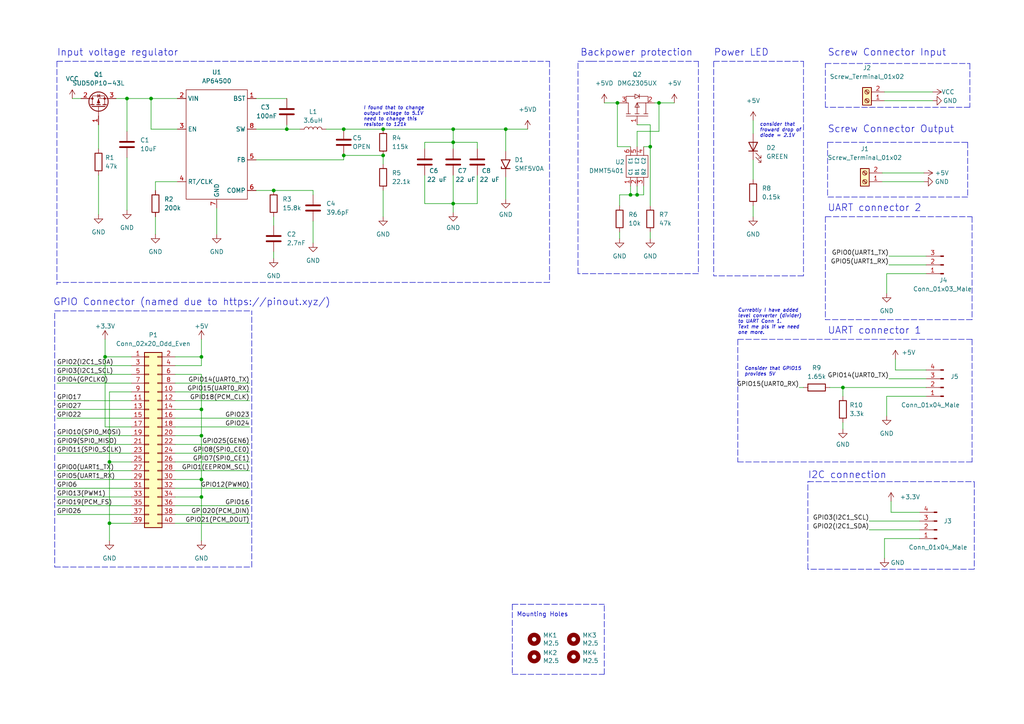
<source format=kicad_sch>
(kicad_sch (version 20211123) (generator eeschema)
  (paper "A4")
  (lib_symbols
    (symbol "Connector:Conn_01x03_Male" (pin_names (offset 1.016) hide)
      (property "Reference" "J" (at 0 5.08 0))
      (property "Value" "Conn_01x03_Male" (at 0 -5.08 0))
      (symbol "Conn_01x03_Male_1_1"
        (polyline (pts (xy 1.27 -2.54) (xy 0.8636 -2.54)) (stroke (width 0.1524)))
        (polyline (pts (xy 1.27 0) (xy 0.8636 0)) (stroke (width 0.1524)))
        (polyline (pts (xy 1.27 2.54) (xy 0.8636 2.54)) (stroke (width 0.1524)))
        (rectangle (start 0.8636 -2.413) (end 0 -2.667) (stroke (width 0.1524)) (fill (type outline)))
        (rectangle (start 0.8636 0.127) (end 0 -0.127) (stroke (width 0.1524)) (fill (type outline)))
        (rectangle (start 0.8636 2.667) (end 0 2.413) (stroke (width 0.1524)) (fill (type outline)))
        (pin passive line (at 5.08 2.54 180) (length 3.81) (name "Pin_1") (number "1"))
        (pin passive line (at 5.08 0 180) (length 3.81) (name "Pin_2") (number "2"))
        (pin passive line (at 5.08 -2.54 180) (length 3.81) (name "Pin_3") (number "3"))
      )
    )
    (symbol "Connector:Conn_01x04_Male" (pin_names (offset 1.016) hide)
      (property "Reference" "J" (at 0 5.08 0))
      (property "Value" "Conn_01x04_Male" (at 0 -7.62 0))
      (symbol "Conn_01x04_Male_1_1"
        (polyline (pts (xy 1.27 -5.08) (xy 0.8636 -5.08)) (stroke (width 0.1524)))
        (polyline (pts (xy 1.27 -2.54) (xy 0.8636 -2.54)) (stroke (width 0.1524)))
        (polyline (pts (xy 1.27 0) (xy 0.8636 0)) (stroke (width 0.1524)))
        (polyline (pts (xy 1.27 2.54) (xy 0.8636 2.54)) (stroke (width 0.1524)))
        (rectangle (start 0.8636 -4.953) (end 0 -5.207) (stroke (width 0.1524)) (fill (type outline)))
        (rectangle (start 0.8636 -2.413) (end 0 -2.667) (stroke (width 0.1524)) (fill (type outline)))
        (rectangle (start 0.8636 0.127) (end 0 -0.127) (stroke (width 0.1524)) (fill (type outline)))
        (rectangle (start 0.8636 2.667) (end 0 2.413) (stroke (width 0.1524)) (fill (type outline)))
        (pin passive line (at 5.08 2.54 180) (length 3.81) (name "Pin_1") (number "1"))
        (pin passive line (at 5.08 0 180) (length 3.81) (name "Pin_2") (number "2"))
        (pin passive line (at 5.08 -2.54 180) (length 3.81) (name "Pin_3") (number "3"))
        (pin passive line (at 5.08 -5.08 180) (length 3.81) (name "Pin_4") (number "4"))
      )
    )
    (symbol "Connector:Screw_Terminal_01x02" (pin_names (offset 1.016) hide)
      (property "Reference" "J" (at 0 2.54 0))
      (property "Value" "Screw_Terminal_01x02" (at 0 -5.08 0))
      (symbol "Screw_Terminal_01x02_1_1"
        (rectangle (start -1.27 1.27) (end 1.27 -3.81) (stroke (width 0.254)) (fill (type background)))
        (circle (center 0 -2.54) (radius 0.635) (stroke (width 0.1524)))
        (polyline (pts (xy -0.5334 -2.2098) (xy 0.3302 -3.048)) (stroke (width 0.1524)))
        (polyline (pts (xy -0.5334 0.3302) (xy 0.3302 -0.508)) (stroke (width 0.1524)))
        (polyline (pts (xy -0.3556 -2.032) (xy 0.508 -2.8702)) (stroke (width 0.1524)))
        (polyline (pts (xy -0.3556 0.508) (xy 0.508 -0.3302)) (stroke (width 0.1524)))
        (circle (center 0 0) (radius 0.635) (stroke (width 0.1524)))
        (pin passive line (at -5.08 0 0) (length 3.81) (name "Pin_1") (number "1"))
        (pin passive line (at -5.08 -2.54 0) (length 3.81) (name "Pin_2") (number "2"))
      )
    )
    (symbol "Device:C" (pin_numbers hide) (pin_names (offset 0.254))
      (property "Reference" "C" (at 0.635 2.54 0))
      (property "Value" "C" (at 0.635 -2.54 0))
      (symbol "C_0_1"
        (polyline (pts (xy -2.032 -0.762) (xy 2.032 -0.762)) (stroke (width 0.508)))
        (polyline (pts (xy -2.032 0.762) (xy 2.032 0.762)) (stroke (width 0.508)))
      )
      (symbol "C_1_1"
        (pin passive line (at 0 3.81 270) (length 2.794) (name "~") (number "1"))
        (pin passive line (at 0 -3.81 90) (length 2.794) (name "~") (number "2"))
      )
    )
    (symbol "Device:L" (pin_numbers hide) (pin_names (offset 1.016) hide)
      (property "Reference" "L" (at -1.27 0 90))
      (property "Value" "L" (at 1.905 0 90))
      (symbol "L_0_1"
        (arc (start 0 -2.54) (mid 0.635 -1.905) (end 0 -1.27))
        (arc (start 0 -1.27) (mid 0.635 -0.635) (end 0 0))
        (arc (start 0 0) (mid 0.635 0.635) (end 0 1.27))
        (arc (start 0 1.27) (mid 0.635 1.905) (end 0 2.54))
      )
      (symbol "L_1_1"
        (pin passive line (at 0 3.81 270) (length 1.27) (name "1") (number "1"))
        (pin passive line (at 0 -3.81 90) (length 1.27) (name "2") (number "2"))
      )
    )
    (symbol "Device:LED" (pin_numbers hide) (pin_names (offset 1.016) hide)
      (property "Reference" "D" (at 0 2.54 0))
      (property "Value" "LED" (at 0 -2.54 0))
      (symbol "LED_0_1"
        (polyline (pts (xy -1.27 -1.27) (xy -1.27 1.27)) (stroke (width 0.254)))
        (polyline (pts (xy -1.27 0) (xy 1.27 0)))
        (polyline (pts (xy 1.27 -1.27) (xy 1.27 1.27) (xy -1.27 0) (xy 1.27 -1.27)) (stroke (width 0.254)))
        (polyline (pts (xy -3.048 -0.762) (xy -4.572 -2.286) (xy -3.81 -2.286) (xy -4.572 -2.286) (xy -4.572 -1.524)))
        (polyline (pts (xy -1.778 -0.762) (xy -3.302 -2.286) (xy -2.54 -2.286) (xy -3.302 -2.286) (xy -3.302 -1.524)))
      )
      (symbol "LED_1_1"
        (pin passive line (at -3.81 0 0) (length 2.54) (name "K") (number "1"))
        (pin passive line (at 3.81 0 180) (length 2.54) (name "A") (number "2"))
      )
    )
    (symbol "Device:R" (pin_numbers hide) (pin_names (offset 0))
      (property "Reference" "R" (at 2.032 0 90))
      (property "Value" "R" (at 0 0 90))
      (symbol "R_0_1"
        (rectangle (start -1.016 -2.54) (end 1.016 2.54) (stroke (width 0.254)))
      )
      (symbol "R_1_1"
        (pin passive line (at 0 3.81 270) (length 1.27) (name "~") (number "1"))
        (pin passive line (at 0 -3.81 90) (length 1.27) (name "~") (number "2"))
      )
    )
    (symbol "Diode:SMF5V0A" (pin_numbers hide) (pin_names (offset 1.016) hide)
      (property "Reference" "D" (at 0 2.54 0))
      (property "Value" "SMF5V0A" (at 0 -2.54 0))
      (symbol "SMF5V0A_0_1"
        (polyline (pts (xy -0.762 1.27) (xy -1.27 1.27) (xy -1.27 -1.27)) (stroke (width 0.254)))
        (polyline (pts (xy 1.27 1.27) (xy 1.27 -1.27) (xy -1.27 0) (xy 1.27 1.27)) (stroke (width 0.254)))
      )
      (symbol "SMF5V0A_1_1"
        (pin passive line (at -3.81 0 0) (length 2.54) (name "A1") (number "1"))
        (pin passive line (at 3.81 0 180) (length 2.54) (name "A2") (number "2"))
      )
    )
    (symbol "Library:Conn_02x20_Odd_Even" (pin_names (offset 1.016) hide)
      (property "Reference" "P1" (at 1.27 28.3718 0))
      (property "Value" "Conn_02x20_Odd_Even" (at 1.27 26.0604 0))
      (symbol "Conn_02x20_Odd_Even_1_1"
        (rectangle (start -1.27 -25.273) (end 0 -25.527) (stroke (width 0.1524)))
        (rectangle (start -1.27 -22.733) (end 0 -22.987) (stroke (width 0.1524)))
        (rectangle (start -1.27 -20.193) (end 0 -20.447) (stroke (width 0.1524)))
        (rectangle (start -1.27 -17.653) (end 0 -17.907) (stroke (width 0.1524)))
        (rectangle (start -1.27 -15.113) (end 0 -15.367) (stroke (width 0.1524)))
        (rectangle (start -1.27 -12.573) (end 0 -12.827) (stroke (width 0.1524)))
        (rectangle (start -1.27 -10.033) (end 0 -10.287) (stroke (width 0.1524)))
        (rectangle (start -1.27 -7.493) (end 0 -7.747) (stroke (width 0.1524)))
        (rectangle (start -1.27 -4.953) (end 0 -5.207) (stroke (width 0.1524)))
        (rectangle (start -1.27 -2.413) (end 0 -2.667) (stroke (width 0.1524)))
        (rectangle (start -1.27 0.127) (end 0 -0.127) (stroke (width 0.1524)))
        (rectangle (start -1.27 2.667) (end 0 2.413) (stroke (width 0.1524)))
        (rectangle (start -1.27 5.207) (end 0 4.953) (stroke (width 0.1524)))
        (rectangle (start -1.27 7.747) (end 0 7.493) (stroke (width 0.1524)))
        (rectangle (start -1.27 10.287) (end 0 10.033) (stroke (width 0.1524)))
        (rectangle (start -1.27 12.827) (end 0 12.573) (stroke (width 0.1524)))
        (rectangle (start -1.27 15.367) (end 0 15.113) (stroke (width 0.1524)))
        (rectangle (start -1.27 17.907) (end 0 17.653) (stroke (width 0.1524)))
        (rectangle (start -1.27 20.447) (end 0 20.193) (stroke (width 0.1524)))
        (rectangle (start -1.27 22.987) (end 0 22.733) (stroke (width 0.1524)))
        (rectangle (start -1.27 24.13) (end 3.81 -26.67) (stroke (width 0.254)) (fill (type background)))
        (rectangle (start 3.81 -25.273) (end 2.54 -25.527) (stroke (width 0.1524)))
        (rectangle (start 3.81 -22.733) (end 2.54 -22.987) (stroke (width 0.1524)))
        (rectangle (start 3.81 -20.193) (end 2.54 -20.447) (stroke (width 0.1524)))
        (rectangle (start 3.81 -17.653) (end 2.54 -17.907) (stroke (width 0.1524)))
        (rectangle (start 3.81 -15.113) (end 2.54 -15.367) (stroke (width 0.1524)))
        (rectangle (start 3.81 -12.573) (end 2.54 -12.827) (stroke (width 0.1524)))
        (rectangle (start 3.81 -10.033) (end 2.54 -10.287) (stroke (width 0.1524)))
        (rectangle (start 3.81 -7.493) (end 2.54 -7.747) (stroke (width 0.1524)))
        (rectangle (start 3.81 -4.953) (end 2.54 -5.207) (stroke (width 0.1524)))
        (rectangle (start 3.81 -2.413) (end 2.54 -2.667) (stroke (width 0.1524)))
        (rectangle (start 3.81 0.127) (end 2.54 -0.127) (stroke (width 0.1524)))
        (rectangle (start 3.81 2.667) (end 2.54 2.413) (stroke (width 0.1524)))
        (rectangle (start 3.81 5.207) (end 2.54 4.953) (stroke (width 0.1524)))
        (rectangle (start 3.81 7.747) (end 2.54 7.493) (stroke (width 0.1524)))
        (rectangle (start 3.81 10.287) (end 2.54 10.033) (stroke (width 0.1524)))
        (rectangle (start 3.81 12.827) (end 2.54 12.573) (stroke (width 0.1524)))
        (rectangle (start 3.81 15.367) (end 2.54 15.113) (stroke (width 0.1524)))
        (rectangle (start 3.81 17.907) (end 2.54 17.653) (stroke (width 0.1524)))
        (rectangle (start 3.81 20.447) (end 2.54 20.193) (stroke (width 0.1524)))
        (rectangle (start 3.81 22.987) (end 2.54 22.733) (stroke (width 0.1524)))
        (pin power_out line (at -5.08 22.86 0) (length 3.81) (name "Pin_1") (number "1"))
        (pin passive line (at 7.62 12.7 180) (length 3.81) (name "Pin_10") (number "10"))
        (pin passive line (at -5.08 10.16 0) (length 3.81) (name "Pin_11") (number "11"))
        (pin passive line (at 7.62 10.16 180) (length 3.81) (name "Pin_12") (number "12"))
        (pin passive line (at -5.08 7.62 0) (length 3.81) (name "Pin_13") (number "13"))
        (pin passive line (at 7.62 7.62 180) (length 3.81) (name "Pin_14") (number "14"))
        (pin passive line (at -5.08 5.08 0) (length 3.81) (name "Pin_15") (number "15"))
        (pin passive line (at 7.62 5.08 180) (length 3.81) (name "Pin_16") (number "16"))
        (pin power_out line (at -5.08 2.54 0) (length 3.81) (name "Pin_17") (number "17"))
        (pin passive line (at 7.62 2.54 180) (length 3.81) (name "Pin_18") (number "18"))
        (pin passive line (at -5.08 0 0) (length 3.81) (name "Pin_19") (number "19"))
        (pin bidirectional line (at 7.62 22.86 180) (length 3.81) (name "Pin_2") (number "2"))
        (pin passive line (at 7.62 0 180) (length 3.81) (name "Pin_20") (number "20"))
        (pin passive line (at -5.08 -2.54 0) (length 3.81) (name "Pin_21") (number "21"))
        (pin passive line (at 7.62 -2.54 180) (length 3.81) (name "Pin_22") (number "22"))
        (pin passive line (at -5.08 -5.08 0) (length 3.81) (name "Pin_23") (number "23"))
        (pin passive line (at 7.62 -5.08 180) (length 3.81) (name "Pin_24") (number "24"))
        (pin passive line (at -5.08 -7.62 0) (length 3.81) (name "Pin_25") (number "25"))
        (pin passive line (at 7.62 -7.62 180) (length 3.81) (name "Pin_26") (number "26"))
        (pin passive line (at -5.08 -10.16 0) (length 3.81) (name "Pin_27") (number "27"))
        (pin passive line (at 7.62 -10.16 180) (length 3.81) (name "Pin_28") (number "28"))
        (pin passive line (at -5.08 -12.7 0) (length 3.81) (name "Pin_29") (number "29"))
        (pin passive line (at -5.08 20.32 0) (length 3.81) (name "Pin_3") (number "3"))
        (pin passive line (at 7.62 -12.7 180) (length 3.81) (name "Pin_30") (number "30"))
        (pin passive line (at -5.08 -15.24 0) (length 3.81) (name "Pin_31") (number "31"))
        (pin passive line (at 7.62 -15.24 180) (length 3.81) (name "Pin_32") (number "32"))
        (pin passive line (at -5.08 -17.78 0) (length 3.81) (name "Pin_33") (number "33"))
        (pin passive line (at 7.62 -17.78 180) (length 3.81) (name "Pin_34") (number "34"))
        (pin passive line (at -5.08 -20.32 0) (length 3.81) (name "Pin_35") (number "35"))
        (pin passive line (at 7.62 -20.32 180) (length 3.81) (name "Pin_36") (number "36"))
        (pin passive line (at -5.08 -22.86 0) (length 3.81) (name "Pin_37") (number "37"))
        (pin passive line (at 7.62 -22.86 180) (length 3.81) (name "Pin_38") (number "38"))
        (pin passive line (at -5.08 -25.4 0) (length 3.81) (name "Pin_39") (number "39"))
        (pin bidirectional line (at 7.62 20.32 180) (length 3.81) (name "Pin_4") (number "4"))
        (pin passive line (at 7.62 -25.4 180) (length 3.81) (name "Pin_40") (number "40"))
        (pin passive line (at -5.08 17.78 0) (length 3.81) (name "Pin_5") (number "5"))
        (pin passive line (at 7.62 17.78 180) (length 3.81) (name "Pin_6") (number "6"))
        (pin passive line (at -5.08 15.24 0) (length 3.81) (name "Pin_7") (number "7"))
        (pin passive line (at 7.62 15.24 180) (length 3.81) (name "Pin_8") (number "8"))
        (pin passive line (at -5.08 12.7 0) (length 3.81) (name "Pin_9") (number "9"))
      )
    )
    (symbol "Mechanical:MountingHole" (pin_names (offset 1.016))
      (property "Reference" "H" (at 0 5.08 0))
      (property "Value" "MountingHole" (at 0 3.175 0))
      (symbol "MountingHole_0_1"
        (circle (center 0 0) (radius 1.27) (stroke (width 1.27)))
      )
    )
    (symbol "Transistor_FET:SUD50P10-43L" (pin_names hide)
      (property "Reference" "Q" (at 4.953 1.905 0))
      (property "Value" "SUD50P10-43L" (at 4.953 0 0))
      (symbol "SUD50P10-43L_0_1"
        (polyline (pts (xy 0.254 0) (xy -2.54 0)))
        (polyline (pts (xy 0.254 1.905) (xy 0.254 -1.905)) (stroke (width 0.254)))
        (polyline (pts (xy 0.762 -1.27) (xy 0.762 -2.286)) (stroke (width 0.254)))
        (polyline (pts (xy 0.762 0.508) (xy 0.762 -0.508)) (stroke (width 0.254)))
        (polyline (pts (xy 0.762 2.286) (xy 0.762 1.27)) (stroke (width 0.254)))
        (polyline (pts (xy 2.54 2.54) (xy 2.54 1.778)))
        (polyline (pts (xy 2.54 -2.54) (xy 2.54 0) (xy 0.762 0)))
        (polyline (pts (xy 0.762 1.778) (xy 3.302 1.778) (xy 3.302 -1.778) (xy 0.762 -1.778)))
        (polyline (pts (xy 2.286 0) (xy 1.27 0.381) (xy 1.27 -0.381) (xy 2.286 0)) (fill (type outline)))
        (polyline (pts (xy 2.794 -0.508) (xy 2.921 -0.381) (xy 3.683 -0.381) (xy 3.81 -0.254)))
        (polyline (pts (xy 3.302 -0.381) (xy 2.921 0.254) (xy 3.683 0.254) (xy 3.302 -0.381)))
        (circle (center 1.651 0) (radius 2.794) (stroke (width 0.254)))
        (circle (center 2.54 -1.778) (radius 0.254) (fill (type outline)))
        (circle (center 2.54 1.778) (radius 0.254) (fill (type outline)))
      )
      (symbol "SUD50P10-43L_1_1"
        (pin input line (at -5.08 0 0) (length 2.54) (name "G") (number "1"))
        (pin passive line (at 2.54 5.08 270) (length 2.54) (name "D") (number "2"))
        (pin passive line (at 2.54 -5.08 90) (length 2.54) (name "S") (number "3"))
      )
    )
    (symbol "dcdc-lib:AP64500"
      (property "Reference" "U" (at 0 29.21 0))
      (property "Value" "AP64500" (at 0 -21.59 0))
      (symbol "AP64500_0_1"
        (rectangle (start -8.89 24.13) (end 8.89 -7.62))
        (rectangle (start 0 -10.16) (end 0 -8.89))
      )
      (symbol "AP64500_1_1"
        (pin input line (at 11.43 21.59 180) (length 2.54) (name "BST") (number "1"))
        (pin input line (at -11.43 21.59 0) (length 2.54) (name "VIN") (number "2"))
        (pin input line (at -11.43 12.7 0) (length 2.54) (name "EN") (number "3"))
        (pin input line (at -11.43 -2.54 0) (length 2.54) (name "RT/CLK") (number "4"))
        (pin input line (at 11.43 3.81 180) (length 2.54) (name "FB") (number "5"))
        (pin input line (at 11.43 -5.08 180) (length 2.54) (name "COMP") (number "6"))
        (pin input line (at 0 -10.16 90) (length 2.54) (name "GND") (number "7"))
        (pin input line (at 11.43 12.7 180) (length 2.54) (name "SW") (number "8"))
      )
    )
    (symbol "dcdc-lib:DMG2305UX"
      (property "Reference" "Q" (at 0 6.35 0))
      (property "Value" "DMG2305UX" (at 1.27 -6.35 0))
      (symbol "DMG2305UX_0_1"
        (polyline (pts (xy -3.175 -1.905) (xy 3.175 -1.905)))
        (polyline (pts (xy -3.175 -1.27) (xy -1.905 -1.27)))
        (polyline (pts (xy -2.54 -0.635) (xy -2.54 -1.27)))
        (polyline (pts (xy -2.54 1.905) (xy -2.54 -0.635)))
        (polyline (pts (xy 0.635 3.175) (xy 0.635 4.445)))
        (polyline (pts (xy 1.905 -1.27) (xy 3.175 -1.27)))
        (polyline (pts (xy 2.54 1.905) (xy 2.54 -1.27)))
        (polyline (pts (xy -3.175 1.905) (xy -3.175 3.81) (xy -0.635 3.81)))
        (polyline (pts (xy -0.635 -1.27) (xy 0.635 -1.27) (xy -0.635 -1.27)))
        (polyline (pts (xy 0 -1.27) (xy 0 1.905) (xy 2.54 1.905)))
        (polyline (pts (xy 0.635 3.81) (xy 3.175 3.81) (xy 3.175 1.905)))
        (polyline (pts (xy -0.635 3.175) (xy -0.635 4.445) (xy 0.635 3.81) (xy -0.635 3.175)))
        (polyline (pts (xy 0 1.905) (xy -0.635 0.635) (xy 0.635 0.635) (xy 0 1.905)))
      )
      (symbol "DMG2305UX_1_1"
        (pin input line (at 0 -4.445 90) (length 2.54) (name "") (number "1"))
        (pin input line (at 5.08 1.905 180) (length 2.54) (name "") (number "2"))
        (pin input line (at -5.08 1.905 0) (length 2.54) (name "") (number "3"))
      )
    )
    (symbol "dcdc-lib:DMMT5401"
      (property "Reference" "U" (at 0 8.89 0))
      (property "Value" "DMMT5401" (at 0 -5.715 0))
      (symbol "DMMT5401_0_1"
        (rectangle (start -3.175 4.445) (end 3.175 -1.905))
      )
      (symbol "DMMT5401_1_1"
        (pin input line (at -1.905 -4.445 90) (length 2.54) (name "C1") (number "1"))
        (pin input line (at 0 -4.445 90) (length 2.54) (name "B1") (number "2"))
        (pin input line (at 1.905 -4.445 90) (length 2.54) (name "B2") (number "3"))
        (pin input line (at 1.905 6.985 270) (length 2.54) (name "C2") (number "4"))
        (pin input line (at 0 6.985 270) (length 2.54) (name "E2") (number "5"))
        (pin input line (at -1.905 6.985 270) (length 2.54) (name "E1") (number "6"))
      )
    )
    (symbol "power:+3.3V" (power) (pin_names (offset 0))
      (property "Value" "+3.3V" (at 0 3.556 0))
      (symbol "+3.3V_0_1"
        (polyline (pts (xy -0.762 1.27) (xy 0 2.54)))
        (polyline (pts (xy 0 0) (xy 0 2.54)))
        (polyline (pts (xy 0 2.54) (xy 0.762 1.27)))
      )
      (symbol "+3.3V_1_1"
        (pin power_in line (at 0 0 90) (length 0) hide (name "+3.3V") (number "1"))
      )
    )
    (symbol "power:+5V" (power) (pin_names (offset 0))
      (property "Value" "+5V" (at 0 3.556 0))
      (symbol "+5V_0_1"
        (polyline (pts (xy -0.762 1.27) (xy 0 2.54)))
        (polyline (pts (xy 0 0) (xy 0 2.54)))
        (polyline (pts (xy 0 2.54) (xy 0.762 1.27)))
      )
      (symbol "+5V_1_1"
        (pin power_in line (at 0 0 90) (length 0) hide (name "+5V") (number "1"))
      )
    )
    (symbol "power:+5VD" (power) (pin_names (offset 0))
      (property "Value" "+5VD" (at 0 3.556 0))
      (symbol "+5VD_0_1"
        (polyline (pts (xy -0.762 1.27) (xy 0 2.54)))
        (polyline (pts (xy 0 0) (xy 0 2.54)))
        (polyline (pts (xy 0 2.54) (xy 0.762 1.27)))
      )
      (symbol "+5VD_1_1"
        (pin power_in line (at 0 0 90) (length 0) hide (name "+5VD") (number "1"))
      )
    )
    (symbol "power:GND" (power) (pin_names (offset 0))
      (property "Value" "GND" (at 0 -3.81 0))
      (symbol "GND_0_1"
        (polyline (pts (xy 0 0) (xy 0 -1.27) (xy 1.27 -1.27) (xy 0 -2.54) (xy -1.27 -1.27) (xy 0 -1.27)))
      )
      (symbol "GND_1_1"
        (pin power_in line (at 0 0 270) (length 0) hide (name "GND") (number "1"))
      )
    )
    (symbol "power:VCC" (power) (pin_names (offset 0))
      (property "Value" "VCC" (at 0 3.81 0))
      (symbol "VCC_0_1"
        (polyline (pts (xy -0.762 1.27) (xy 0 2.54)))
        (polyline (pts (xy 0 0) (xy 0 2.54)))
        (polyline (pts (xy 0 2.54) (xy 0.762 1.27)))
      )
      (symbol "VCC_1_1"
        (pin power_in line (at 0 0 90) (length 0) hide (name "VCC") (number "1"))
      )
    )
  )
  (junction (at 30.48 103.505))
  (junction (at 58.42 126.365))
  (junction (at 111.125 45.085))
  (junction (at 131.445 41.275))
  (junction (at 244.475 112.395))
  (junction (at 31.75 133.985))
  (junction (at 131.445 59.055))
  (junction (at 179.07 29.845))
  (junction (at 31.75 151.765))
  (junction (at 182.88 56.515))
  (junction (at 79.375 55.245))
  (junction (at 43.815 28.575))
  (junction (at 36.83 28.575))
  (junction (at 131.445 37.465))
  (junction (at 99.695 37.465))
  (junction (at 58.42 103.505))
  (junction (at 184.785 56.515))
  (junction (at 58.42 144.145))
  (junction (at 111.125 37.465))
  (junction (at 146.685 37.465))
  (junction (at 83.185 37.465))
  (junction (at 99.695 45.085))
  (junction (at 188.595 42.545))
  (junction (at 58.42 139.065))
  (junction (at 191.135 29.845))
  (junction (at 58.42 118.745))
  (wire (pts (xy 50.8 121.285) (xy 72.39 121.285)))
  (wire (pts (xy 31.75 151.765) (xy 38.1 151.765)))
  (wire (pts (xy 50.8 151.765) (xy 72.39 151.765)))
  (wire (pts (xy 244.475 112.395) (xy 268.605 112.395)))
  (polyline (pts (xy 233.045 17.78) (xy 233.045 80.01)))
  (wire (pts (xy 257.81 76.835) (xy 268.605 76.835)))
  (wire (pts (xy 99.695 45.085) (xy 111.125 45.085)))
  (wire (pts (xy 16.51 108.585) (xy 38.1 108.585)))
  (wire (pts (xy 50.8 106.045) (xy 58.42 106.045)))
  (wire (pts (xy 179.07 29.845) (xy 179.07 42.545)))
  (wire (pts (xy 16.51 139.065) (xy 38.1 139.065)))
  (wire (pts (xy 182.88 56.515) (xy 184.785 56.515)))
  (wire (pts (xy 146.685 37.465) (xy 146.685 43.815)))
  (wire (pts (xy 184.785 56.515) (xy 186.69 56.515)))
  (polyline (pts (xy 73.025 164.465) (xy 73.025 90.17)))
  (wire (pts (xy 58.42 139.065) (xy 58.42 144.145)))
  (wire (pts (xy 16.51 121.285) (xy 38.1 121.285)))
  (wire (pts (xy 45.085 62.865) (xy 45.085 67.945)))
  (wire (pts (xy 45.085 52.705) (xy 45.085 55.245)))
  (polyline (pts (xy 16.51 17.78) (xy 16.51 82.55)))
  (wire (pts (xy 179.705 56.515) (xy 182.88 56.515)))
  (wire (pts (xy 38.1 103.505) (xy 30.48 103.505)))
  (wire (pts (xy 36.83 28.575) (xy 36.83 38.1)))
  (wire (pts (xy 179.705 59.69) (xy 179.705 56.515)))
  (wire (pts (xy 83.185 37.465) (xy 86.995 37.465)))
  (wire (pts (xy 30.48 103.505) (xy 30.48 123.825)))
  (polyline (pts (xy 240.03 41.275) (xy 240.03 57.15)))
  (wire (pts (xy 123.19 41.275) (xy 131.445 41.275)))
  (wire (pts (xy 50.8 111.125) (xy 72.39 111.125)))
  (wire (pts (xy 123.19 50.8) (xy 123.19 59.055)))
  (wire (pts (xy 20.955 28.575) (xy 23.495 28.575)))
  (wire (pts (xy 36.83 45.72) (xy 36.83 60.96)))
  (wire (pts (xy 31.75 133.985) (xy 38.1 133.985)))
  (polyline (pts (xy 281.305 18.415) (xy 281.305 31.115)))
  (polyline (pts (xy 159.385 17.78) (xy 159.385 81.915)))
  (wire (pts (xy 191.135 38.1) (xy 191.135 29.845)))
  (wire (pts (xy 240.665 112.395) (xy 244.475 112.395)))
  (wire (pts (xy 50.8 103.505) (xy 58.42 103.505)))
  (wire (pts (xy 16.51 126.365) (xy 38.1 126.365)))
  (polyline (pts (xy 213.995 98.425) (xy 281.94 98.425)))
  (wire (pts (xy 184.785 56.515) (xy 184.785 53.975)))
  (wire (pts (xy 50.8 139.065) (xy 58.42 139.065)))
  (polyline (pts (xy 16.51 17.78) (xy 159.385 17.78)))
  (wire (pts (xy 16.51 106.045) (xy 38.1 106.045)))
  (wire (pts (xy 50.8 149.225) (xy 72.39 149.225)))
  (wire (pts (xy 50.8 144.145) (xy 58.42 144.145)))
  (wire (pts (xy 179.07 42.545) (xy 182.88 42.545)))
  (wire (pts (xy 16.51 144.145) (xy 38.1 144.145)))
  (polyline (pts (xy 175.26 195.58) (xy 175.26 175.26)))
  (polyline (pts (xy 281.94 62.865) (xy 281.94 92.71)))
  (wire (pts (xy 123.19 41.275) (xy 123.19 43.18)))
  (wire (pts (xy 16.51 128.905) (xy 38.1 128.905)))
  (polyline (pts (xy 159.385 81.915) (xy 16.51 81.915)))
  (polyline (pts (xy 213.995 98.425) (xy 213.995 133.985)))
  (wire (pts (xy 188.595 36.195) (xy 188.595 42.545)))
  (polyline (pts (xy 234.315 165.1) (xy 234.315 139.7)))
  (wire (pts (xy 99.695 46.355) (xy 99.695 45.085)))
  (wire (pts (xy 131.445 37.465) (xy 131.445 41.275)))
  (polyline (pts (xy 171.45 17.78) (xy 202.565 17.78)))
  (wire (pts (xy 58.42 126.365) (xy 58.42 139.065)))
  (wire (pts (xy 188.595 59.69) (xy 188.595 42.545)))
  (wire (pts (xy 50.8 126.365) (xy 58.42 126.365)))
  (wire (pts (xy 111.125 37.465) (xy 131.445 37.465)))
  (wire (pts (xy 244.475 112.395) (xy 244.475 114.935)))
  (wire (pts (xy 255.905 50.165) (xy 267.97 50.165)))
  (polyline (pts (xy 282.575 139.7) (xy 282.575 165.1)))
  (wire (pts (xy 28.575 50.8) (xy 28.575 62.23)))
  (wire (pts (xy 111.125 45.085) (xy 111.125 47.625)))
  (wire (pts (xy 16.51 149.225) (xy 38.1 149.225)))
  (polyline (pts (xy 167.64 79.375) (xy 167.64 17.78)))
  (wire (pts (xy 58.42 108.585) (xy 58.42 118.745)))
  (polyline (pts (xy 281.94 98.425) (xy 281.94 133.985)))
  (wire (pts (xy 138.43 59.055) (xy 131.445 59.055)))
  (wire (pts (xy 51.435 52.705) (xy 45.085 52.705)))
  (wire (pts (xy 79.375 73.025) (xy 79.375 74.93)))
  (wire (pts (xy 188.595 42.545) (xy 186.69 42.545)))
  (polyline (pts (xy 281.94 133.985) (xy 213.995 133.985)))
  (wire (pts (xy 179.705 67.31) (xy 179.705 69.215)))
  (polyline (pts (xy 239.395 18.415) (xy 281.305 18.415)))
  (wire (pts (xy 131.445 50.8) (xy 131.445 59.055)))
  (polyline (pts (xy 239.395 62.865) (xy 281.94 62.865)))
  (wire (pts (xy 31.75 133.985) (xy 31.75 151.765)))
  (wire (pts (xy 16.51 116.205) (xy 38.1 116.205)))
  (wire (pts (xy 58.42 118.745) (xy 58.42 126.365)))
  (polyline (pts (xy 148.59 195.58) (xy 175.26 195.58)))
  (wire (pts (xy 50.8 123.825) (xy 72.39 123.825)))
  (wire (pts (xy 131.445 59.055) (xy 123.19 59.055)))
  (wire (pts (xy 38.1 113.665) (xy 31.75 113.665)))
  (wire (pts (xy 31.75 113.665) (xy 31.75 133.985)))
  (wire (pts (xy 16.51 141.605) (xy 38.1 141.605)))
  (wire (pts (xy 90.805 55.245) (xy 90.805 56.515)))
  (wire (pts (xy 43.815 37.465) (xy 51.435 37.465)))
  (wire (pts (xy 256.54 156.21) (xy 256.54 161.925)))
  (wire (pts (xy 50.8 128.905) (xy 72.39 128.905)))
  (wire (pts (xy 62.865 60.325) (xy 62.865 67.945)))
  (wire (pts (xy 131.445 41.275) (xy 138.43 41.275)))
  (wire (pts (xy 218.44 34.925) (xy 218.44 38.735)))
  (wire (pts (xy 50.8 113.665) (xy 72.39 113.665)))
  (wire (pts (xy 131.445 41.275) (xy 131.445 43.18)))
  (polyline (pts (xy 234.315 139.7) (xy 282.575 139.7)))
  (wire (pts (xy 94.615 37.465) (xy 99.695 37.465)))
  (polyline (pts (xy 148.59 175.26) (xy 175.26 175.26)))
  (wire (pts (xy 74.295 46.355) (xy 99.695 46.355)))
  (polyline (pts (xy 15.875 90.805) (xy 15.875 164.465)))
  (polyline (pts (xy 234.315 139.7) (xy 234.95 139.7)))
  (wire (pts (xy 74.295 37.465) (xy 83.185 37.465)))
  (wire (pts (xy 268.605 107.315) (xy 259.715 107.315)))
  (wire (pts (xy 252.095 151.13) (xy 266.7 151.13)))
  (wire (pts (xy 43.815 28.575) (xy 51.435 28.575)))
  (polyline (pts (xy 15.875 164.465) (xy 73.025 164.465)))
  (polyline (pts (xy 207.01 17.78) (xy 233.045 17.78)))
  (wire (pts (xy 244.475 122.555) (xy 244.475 124.46)))
  (wire (pts (xy 50.8 118.745) (xy 58.42 118.745)))
  (polyline (pts (xy 280.67 57.15) (xy 240.03 57.15)))
  (wire (pts (xy 259.715 104.14) (xy 259.715 107.315)))
  (wire (pts (xy 50.8 133.985) (xy 72.39 133.985)))
  (wire (pts (xy 184.785 38.1) (xy 184.785 42.545)))
  (wire (pts (xy 16.51 136.525) (xy 38.1 136.525)))
  (wire (pts (xy 231.775 112.395) (xy 233.045 112.395)))
  (wire (pts (xy 50.8 116.205) (xy 72.39 116.205)))
  (wire (pts (xy 99.695 37.465) (xy 111.125 37.465)))
  (wire (pts (xy 252.095 153.67) (xy 266.7 153.67)))
  (wire (pts (xy 50.8 131.445) (xy 72.39 131.445)))
  (wire (pts (xy 146.685 51.435) (xy 146.685 57.785)))
  (wire (pts (xy 182.88 56.515) (xy 182.88 53.975)))
  (wire (pts (xy 74.295 55.245) (xy 79.375 55.245)))
  (wire (pts (xy 268.605 114.935) (xy 257.175 114.935)))
  (wire (pts (xy 30.48 123.825) (xy 38.1 123.825)))
  (wire (pts (xy 50.8 146.685) (xy 72.39 146.685)))
  (wire (pts (xy 58.42 144.145) (xy 58.42 156.845)))
  (wire (pts (xy 79.375 62.865) (xy 79.375 65.405)))
  (wire (pts (xy 257.81 74.295) (xy 268.605 74.295)))
  (polyline (pts (xy 202.565 79.375) (xy 167.64 79.375)))
  (wire (pts (xy 90.805 64.135) (xy 90.805 70.485)))
  (wire (pts (xy 218.44 46.355) (xy 218.44 52.07)))
  (polyline (pts (xy 167.64 17.78) (xy 171.45 17.78)))
  (polyline (pts (xy 281.305 31.115) (xy 239.395 31.115)))
  (wire (pts (xy 255.905 52.705) (xy 267.97 52.705)))
  (wire (pts (xy 268.605 79.375) (xy 257.175 79.375)))
  (wire (pts (xy 146.685 37.465) (xy 153.035 37.465)))
  (wire (pts (xy 191.135 29.845) (xy 195.58 29.845)))
  (polyline (pts (xy 202.565 17.78) (xy 202.565 79.375)))
  (wire (pts (xy 257.175 114.935) (xy 257.175 120.65)))
  (polyline (pts (xy 148.59 175.26) (xy 148.59 195.58)))
  (wire (pts (xy 31.75 151.765) (xy 31.75 156.845)))
  (wire (pts (xy 175.26 29.845) (xy 179.07 29.845)))
  (wire (pts (xy 256.54 26.67) (xy 270.51 26.67)))
  (polyline (pts (xy 239.395 31.115) (xy 239.395 18.415)))
  (wire (pts (xy 79.375 55.245) (xy 90.805 55.245)))
  (polyline (pts (xy 15.875 90.17) (xy 73.025 90.17)))
  (wire (pts (xy 16.51 146.685) (xy 38.1 146.685)))
  (wire (pts (xy 50.8 141.605) (xy 72.39 141.605)))
  (polyline (pts (xy 280.67 41.275) (xy 280.67 57.15)))
  (wire (pts (xy 58.42 103.505) (xy 58.42 98.425)))
  (polyline (pts (xy 240.03 41.275) (xy 280.67 41.275)))
  (wire (pts (xy 189.865 29.845) (xy 191.135 29.845)))
  (wire (pts (xy 138.43 50.8) (xy 138.43 59.055)))
  (polyline (pts (xy 281.94 92.71) (xy 239.395 92.71)))
  (wire (pts (xy 266.7 148.59) (xy 258.445 148.59)))
  (wire (pts (xy 188.595 36.195) (xy 184.785 36.195)))
  (wire (pts (xy 33.655 28.575) (xy 36.83 28.575)))
  (wire (pts (xy 257.81 109.855) (xy 268.605 109.855)))
  (polyline (pts (xy 233.045 80.01) (xy 207.01 80.01)))
  (polyline (pts (xy 239.395 62.865) (xy 239.395 92.71)))
  (wire (pts (xy 138.43 41.275) (xy 138.43 43.18)))
  (wire (pts (xy 36.83 28.575) (xy 43.815 28.575)))
  (wire (pts (xy 50.8 136.525) (xy 72.39 136.525)))
  (wire (pts (xy 179.07 29.845) (xy 179.705 29.845)))
  (wire (pts (xy 50.8 108.585) (xy 58.42 108.585)))
  (wire (pts (xy 83.185 36.195) (xy 83.185 37.465)))
  (wire (pts (xy 30.48 98.425) (xy 30.48 103.505)))
  (polyline (pts (xy 282.575 165.1) (xy 234.315 165.1)))
  (wire (pts (xy 131.445 59.055) (xy 131.445 61.595)))
  (wire (pts (xy 111.125 55.245) (xy 111.125 62.865)))
  (wire (pts (xy 131.445 37.465) (xy 146.685 37.465)))
  (polyline (pts (xy 207.01 17.78) (xy 207.01 80.01)))
  (wire (pts (xy 16.51 111.125) (xy 38.1 111.125)))
  (wire (pts (xy 218.44 59.69) (xy 218.44 62.865)))
  (wire (pts (xy 256.54 29.21) (xy 270.51 29.21)))
  (wire (pts (xy 257.175 79.375) (xy 257.175 85.09)))
  (wire (pts (xy 43.815 28.575) (xy 43.815 37.465)))
  (wire (pts (xy 16.51 131.445) (xy 38.1 131.445)))
  (wire (pts (xy 256.54 156.21) (xy 266.7 156.21)))
  (wire (pts (xy 258.445 145.415) (xy 258.445 148.59)))
  (wire (pts (xy 74.295 28.575) (xy 83.185 28.575)))
  (wire (pts (xy 28.575 36.195) (xy 28.575 43.18)))
  (wire (pts (xy 186.69 56.515) (xy 186.69 53.975)))
  (wire (pts (xy 188.595 67.31) (xy 188.595 69.215)))
  (wire (pts (xy 58.42 106.045) (xy 58.42 103.505)))
  (wire (pts (xy 184.785 38.1) (xy 191.135 38.1)))
  (wire (pts (xy 16.51 118.745) (xy 38.1 118.745)))
  (text "Currebtly I have added\nlevel converter (divider)\nto UART Conn 1.\nText me pls if we need \none more." (at 213.995 97.155 0) (effects (font (size 1 1) italic) (justify left bottom)))
  (text "Backpower protection" (at 168.275 16.51 0) (effects (font (size 2 2)) (justify left bottom)))
  (text "Mounting Holes" (at 149.86 179.07 0) (effects (font (size 1.27 1.27)) (justify left bottom)))
  (text "I2C connection" (at 234.315 139.065 0) (effects (font (size 2 2)) (justify left bottom)))
  (text "GPIO Connector (named due to https://pinout.xyz/)" (at 95.885 88.9 180) (effects (font (size 2 2)) (justify right bottom)))
  (text "UART connector 2" (at 240.03 61.595 0) (effects (font (size 2 2)) (justify left bottom)))
  (text "Consider that GPIO15\nprovides 5V" (at 215.9 109.22 0) (effects (font (size 1 1) italic) (justify left bottom)))
  (text "consider that \nfroward drop of\ndiode = 2.1V" (at 220.345 40.005 0) (effects (font (size 1 1) italic) (justify left bottom)))
  (text "Screw Connector Output" (at 240.03 38.735 0) (effects (font (size 2 2)) (justify left bottom)))
  (text "Input voltage regulator" (at 16.51 16.51 0) (effects (font (size 2 2)) (justify left bottom)))
  (text "UART connector 1" (at 240.03 97.155 0) (effects (font (size 2 2)) (justify left bottom)))
  (text "Power LED" (at 207.01 16.51 0) (effects (font (size 2 2)) (justify left bottom)))
  (text "Screw Connector Input" (at 240.03 16.51 0) (effects (font (size 2 2)) (justify left bottom)))
  (text "I found that to change\noutput voltage to 5.1V\nneed to change this \nresistor to 121k" (at 105.41 36.83 0) (effects (font (size 1 1) italic) (justify left bottom)))
  (label "GPIO12(PWM0)" (at 72.39 141.605 180))
  (label "GPIO22" (at 16.51 121.285 0))
  (label "GPIO0(UART1_TX)" (at 257.81 74.295 180))
  (label "GPIO25(GEN6)" (at 72.39 128.905 180))
  (label "GPIO9(SPI0_MISO)" (at 16.51 128.905 0))
  (label "GPIO18(PCM_CLK)" (at 72.39 116.205 180))
  (label "GPIO15(UART0_RX)" (at 72.39 113.665 180))
  (label "GPIO1(EEPROM_SCL)" (at 72.39 136.525 180))
  (label "GPIO8(SPI0_CE0)" (at 72.39 131.445 180))
  (label "GPIO17" (at 16.51 116.205 0))
  (label "GPIO19(PCM_FS)" (at 16.51 146.685 0))
  (label "GPIO4(GPCLK0)" (at 16.51 111.125 0))
  (label "GPIO23" (at 72.39 121.285 180))
  (label "GPIO3(I2C1_SCL)" (at 252.095 151.13 180))
  (label "GPIO6" (at 16.51 141.605 0))
  (label "GPIO14(UART0_TX)" (at 72.39 111.125 180))
  (label "GPIO21(PCM_DOUT)" (at 72.39 151.765 180))
  (label "GPIO2(I2C1_SDA)" (at 16.51 106.045 0))
  (label "GPIO24" (at 72.39 123.825 180))
  (label "GPIO0(UART1_TX)" (at 16.51 136.525 0))
  (label "GPIO5(UART1_RX)" (at 257.81 76.835 180))
  (label "GPIO2(I2C1_SDA)" (at 252.095 153.67 180))
  (label "GPIO27" (at 16.51 118.745 0))
  (label "GPIO26" (at 16.51 149.225 0))
  (label "GPIO15(UART0_RX)" (at 231.775 112.395 180))
  (label "GPIO20(PCM_DIN)" (at 72.39 149.225 180))
  (label "GPIO7(SPI0_CE1)" (at 72.39 133.985 180))
  (label "GPIO11(SPI0_SCLK)" (at 16.51 131.445 0))
  (label "GPIO16" (at 72.39 146.685 180))
  (label "GPIO5(UART1_RX)" (at 16.51 139.065 0))
  (label "GPIO13(PWM1)" (at 16.51 144.145 0))
  (label "GPIO3(I2C1_SCL)" (at 16.51 108.585 0))
  (label "GPIO14(UART0_TX)" (at 257.81 109.855 180))
  (label "GPIO10(SPI0_MOSI)" (at 16.51 126.365 0))
  (symbol (lib_id "power:GND") (at 218.44 62.865 0) (unit 1)
    (property "Reference" "#PWR021" (effects hide))
    (property "Value" "GND" (at 218.44 67.945 0))
  )
  (symbol (lib_id "power:+5V") (at 267.97 50.165 270) (unit 1)
    (property "Reference" "#PWR028" (effects hide))
    (property "Value" "+5V" (at 271.145 50.1649 90) (effects (justify left)))
  )
  (symbol (lib_id "Connector:Screw_Terminal_01x02") (at 250.825 52.705 180) (unit 1)
    (property "Reference" "J1" (at 250.825 43.18 0))
    (property "Value" "Screw_Terminal_01x02" (at 250.825 45.72 0))
  )
  (symbol (lib_id "Mechanical:MountingHole") (at 166.37 190.5 0) (unit 1)
    (property "Reference" "MK4" (at 168.91 189.3316 0) (effects (justify left)))
    (property "Value" "M2.5" (at 168.91 191.643 0) (effects (justify left)))
    (property "Footprint" "MountingHole:MountingHole_2.7mm_M2.5_Pad" (effects hide))
  )
  (symbol (lib_id "power:VCC") (at 270.51 26.67 270) (unit 1)
    (property "Reference" "#PWR030" (effects hide))
    (property "Value" "VCC" (at 274.955 26.67 90))
  )
  (symbol (lib_id "power:GND") (at 257.175 120.65 0) (unit 1)
    (property "Reference" "#PWR025" (effects hide))
    (property "Value" "GND" (at 257.175 125.73 0))
  )
  (symbol (lib_id "power:GND") (at 90.805 70.485 0) (unit 1)
    (property "Reference" "#PWR011" (effects hide))
    (property "Value" "GND" (at 90.805 75.565 0))
  )
  (symbol (lib_id "Mechanical:MountingHole") (at 154.94 185.42 0) (unit 1)
    (property "Reference" "MK1" (at 157.48 184.2516 0) (effects (justify left)))
    (property "Value" "M2.5" (at 157.48 186.563 0) (effects (justify left)))
    (property "Footprint" "MountingHole:MountingHole_2.7mm_M2.5_Pad" (effects hide))
  )
  (symbol (lib_id "power:GND") (at 146.685 57.785 0) (unit 1)
    (property "Reference" "#PWR014" (effects hide))
    (property "Value" "GND" (at 146.685 62.23 0))
  )
  (symbol (lib_id "Diode:SMF5V0A") (at 146.685 47.625 90) (unit 1)
    (property "Reference" "D1" (at 149.225 46.3549 90) (effects (justify right)))
    (property "Value" "SMF5V0A" (at 149.225 48.8949 90) (effects (justify right)))
    (property "Footprint" "Diode_SMD:D_SMF" (effects hide))
    (property "Datasheet" "https://www.vishay.com/doc?85881" (effects hide))
  )
  (symbol (lib_id "power:GND") (at 257.175 85.09 0) (unit 1)
    (property "Reference" "#PWR024" (effects hide))
    (property "Value" "GND" (at 257.175 90.17 0))
  )
  (symbol (lib_id "power:GND") (at 31.75 156.845 0) (unit 1)
    (property "Reference" "#PWR04" (effects hide))
    (property "Value" "GND" (at 31.75 161.925 0))
  )
  (symbol (lib_id "dcdc-lib:DMG2305UX") (at 184.785 31.75 0) (unit 1)
    (property "Reference" "Q2" (at 184.785 21.59 0))
    (property "Value" "DMG2305UX" (at 184.785 24.13 0))
    (property "Footprint" "ultralibDMG2305UX:DMG2305UX-7" (effects hide))
  )
  (symbol (lib_id "dcdc-lib:AP64500") (at 62.865 50.165 0) (unit 1)
    (property "Reference" "U1" (at 62.865 20.955 0))
    (property "Value" "AP64500" (at 62.865 23.495 0))
    (property "Footprint" "ultralibAP64500:AP64500SP-13" (effects hide))
  )
  (symbol (lib_id "Device:LED") (at 218.44 42.545 90) (unit 1)
    (property "Reference" "D2" (at 222.25 42.8624 90) (effects (justify right)))
    (property "Value" "GREEN" (at 222.25 45.4024 90) (effects (justify right)))
  )
  (symbol (lib_id "Mechanical:MountingHole") (at 154.94 190.5 0) (unit 1)
    (property "Reference" "MK2" (at 157.48 189.3316 0) (effects (justify left)))
    (property "Value" "M2.5" (at 157.48 191.643 0) (effects (justify left)))
    (property "Footprint" "MountingHole:MountingHole_2.7mm_M2.5_Pad" (effects hide))
  )
  (symbol (lib_id "Device:R") (at 179.705 63.5 180) (unit 1)
    (property "Reference" "R6" (at 182.245 62.2299 0) (effects (justify right)))
    (property "Value" "10k" (at 182.245 64.7699 0) (effects (justify right)))
  )
  (symbol (lib_id "Connector:Conn_01x03_Male") (at 273.685 76.835 180) (unit 1)
    (property "Reference" "J4" (at 272.415 81.28 0) (effects (justify right)))
    (property "Value" "Conn_01x03_Male" (at 264.795 83.82 0) (effects (justify right)))
    (property "Footprint" "Connector_JST:JST_PH_B3B-PH-K_1x03_P2.00mm_Vertical" (effects hide))
  )
  (symbol (lib_id "Transistor_FET:SUD50P10-43L") (at 28.575 31.115 90) (unit 1)
    (property "Reference" "Q1" (at 28.575 21.59 90))
    (property "Value" "SUD50P10-43L" (at 28.575 24.13 90))
    (property "Footprint" "Package_TO_SOT_SMD:TO-252-2" (effects hide))
    (property "Datasheet" "https://www.vishay.com/docs/62504/sud50p10-43l-ge3.pdf" (effects hide))
  )
  (symbol (lib_id "Device:C") (at 138.43 46.99 0) (unit 1)
    (property "Reference" "C8" (at 139.7 49.53 0) (effects (justify left)))
    (property "Value" "22 uF" (at 139.065 52.07 0) (effects (justify left)))
  )
  (symbol (lib_id "Device:R") (at 111.125 41.275 0) (unit 1)
    (property "Reference" "R4" (at 113.665 40.0049 0) (effects (justify left)))
    (property "Value" "115k" (at 113.665 42.5449 0) (effects (justify left)))
  )
  (symbol (lib_id "Device:C") (at 79.375 69.215 0) (unit 1)
    (property "Reference" "C2" (at 83.185 67.9449 0) (effects (justify left)))
    (property "Value" "2.7nF" (at 83.185 70.4849 0) (effects (justify left)))
  )
  (symbol (lib_id "Device:R") (at 244.475 118.745 0) (unit 1)
    (property "Reference" "R10" (at 246.38 117.4749 0) (effects (justify left)))
    (property "Value" "3.3k" (at 246.38 120.0149 0) (effects (justify left)))
  )
  (symbol (lib_id "power:+5V") (at 218.44 34.925 0) (unit 1)
    (property "Reference" "#PWR020" (effects hide))
    (property "Value" "+5V" (at 218.44 29.21 0))
  )
  (symbol (lib_id "Device:L") (at 90.805 37.465 90) (unit 1)
    (property "Reference" "L1" (at 90.805 32.385 90))
    (property "Value" "3.6uH" (at 90.805 34.925 90))
  )
  (symbol (lib_id "power:+5V") (at 259.715 104.14 0) (unit 1)
    (property "Reference" "#PWR027" (effects hide))
    (property "Value" "+5V" (at 263.525 102.235 0))
  )
  (symbol (lib_id "power:+5V") (at 58.42 98.425 0) (unit 1)
    (property "Reference" "#PWR07" (effects hide))
    (property "Value" "+5V" (at 58.42 94.615 0))
  )
  (symbol (lib_id "Device:C") (at 99.695 41.275 0) (unit 1)
    (property "Reference" "C5" (at 102.235 40.005 0) (effects (justify left)))
    (property "Value" "OPEN" (at 102.235 42.545 0) (effects (justify left)))
  )
  (symbol (lib_id "Mechanical:MountingHole") (at 166.37 185.42 0) (unit 1)
    (property "Reference" "MK3" (at 168.91 184.2516 0) (effects (justify left)))
    (property "Value" "M2.5" (at 168.91 186.563 0) (effects (justify left)))
    (property "Footprint" "MountingHole:MountingHole_2.7mm_M2.5_Pad" (effects hide))
  )
  (symbol (lib_id "Device:R") (at 111.125 51.435 0) (unit 1)
    (property "Reference" "R5" (at 113.665 50.1649 0) (effects (justify left)))
    (property "Value" "22.1k" (at 113.665 52.7049 0) (effects (justify left)))
  )
  (symbol (lib_id "Connector:Conn_01x04_Male") (at 273.685 112.395 180) (unit 1)
    (property "Reference" "J5" (at 276.86 109.22 0))
    (property "Value" "Conn_01x04_Male" (at 269.875 117.475 0))
    (property "Footprint" "Connector_JST:JST_PH_B4B-PH-K_1x04_P2.00mm_Vertical" (effects hide))
  )
  (symbol (lib_id "power:+5VD") (at 153.035 37.465 0) (unit 1)
    (property "Reference" "#PWR015" (effects hide))
    (property "Value" "+5VD" (at 153.035 31.75 0))
  )
  (symbol (lib_id "Connector:Conn_01x04_Male") (at 271.78 153.67 180) (unit 1)
    (property "Reference" "J3" (at 273.685 151.1299 0) (effects (justify right)))
    (property "Value" "Conn_01x04_Male" (at 263.525 158.75 0) (effects (justify right)))
    (property "Footprint" "Connector_JST:JST_PH_B4B-PH-K_1x04_P2.00mm_Vertical" (effects hide))
  )
  (symbol (lib_id "power:GND") (at 79.375 74.93 0) (unit 1)
    (property "Reference" "#PWR010" (effects hide))
    (property "Value" "GND" (at 79.375 80.01 0))
  )
  (symbol (lib_id "power:GND") (at 28.575 62.23 0) (unit 1)
    (property "Reference" "#PWR02" (effects hide))
    (property "Value" "GND" (at 28.575 67.31 0))
  )
  (symbol (lib_id "power:GND") (at 244.475 124.46 0) (unit 1)
    (property "Reference" "#PWR022" (effects hide))
    (property "Value" "GND" (at 244.475 128.905 0))
  )
  (symbol (lib_id "Device:C") (at 131.445 46.99 0) (unit 1)
    (property "Reference" "C7" (at 132.715 49.53 0) (effects (justify left)))
    (property "Value" "22 uF" (at 132.08 52.07 0) (effects (justify left)))
  )
  (symbol (lib_id "power:GND") (at 188.595 69.215 0) (unit 1)
    (property "Reference" "#PWR018" (effects hide))
    (property "Value" "GND" (at 188.595 74.295 0))
  )
  (symbol (lib_id "power:GND") (at 58.42 156.845 0) (unit 1)
    (property "Reference" "#PWR08" (effects hide))
    (property "Value" "GND" (at 58.42 161.925 0))
  )
  (symbol (lib_id "power:GND") (at 270.51 29.21 90) (unit 1)
    (property "Reference" "#PWR031" (effects hide))
    (property "Value" "GND" (at 275.59 29.21 90))
  )
  (symbol (lib_id "Device:R") (at 28.575 46.99 0) (unit 1)
    (property "Reference" "R1" (at 30.48 45.7199 0) (effects (justify left)))
    (property "Value" "47k" (at 30.48 48.2599 0) (effects (justify left)))
  )
  (symbol (lib_id "power:+3.3V") (at 30.48 98.425 0) (unit 1)
    (property "Reference" "#PWR03" (effects hide))
    (property "Value" "+3.3V" (at 30.48 94.615 0))
  )
  (symbol (lib_id "power:GND") (at 179.705 69.215 0) (unit 1)
    (property "Reference" "#PWR017" (effects hide))
    (property "Value" "GND" (at 179.705 74.295 0))
  )
  (symbol (lib_id "Device:C") (at 36.83 41.91 0) (unit 1)
    (property "Reference" "C1" (at 40.64 40.6399 0) (effects (justify left)))
    (property "Value" "10uF" (at 40.64 43.1799 0) (effects (justify left)))
  )
  (symbol (lib_id "power:GND") (at 111.125 62.865 0) (unit 1)
    (property "Reference" "#PWR012" (effects hide))
    (property "Value" "GND" (at 111.125 67.945 0))
  )
  (symbol (lib_id "Device:C") (at 90.805 60.325 0) (unit 1)
    (property "Reference" "C4" (at 94.615 59.0549 0) (effects (justify left)))
    (property "Value" "39.6pF" (at 94.615 61.5949 0) (effects (justify left)))
  )
  (symbol (lib_id "power:+5V") (at 195.58 29.845 0) (unit 1)
    (property "Reference" "#PWR019" (effects hide))
    (property "Value" "+5V" (at 195.58 24.13 0))
  )
  (symbol (lib_id "power:GND") (at 62.865 67.945 0) (unit 1)
    (property "Reference" "#PWR09" (effects hide))
    (property "Value" "GND" (at 62.865 73.025 0))
  )
  (symbol (lib_id "dcdc-lib:DMMT5401") (at 184.785 49.53 0) (unit 1)
    (property "Reference" "U2" (at 178.435 46.99 0) (effects (justify left)))
    (property "Value" "DMMT5401" (at 170.815 49.53 0) (effects (justify left)))
    (property "Footprint" "ultralibDMG2305UX:DMG2305UX-7" (effects hide))
  )
  (symbol (lib_id "Library:Conn_02x20_Odd_Even") (at 43.18 126.365 0) (unit 1)
    (property "Reference" "P1" (at 44.45 97.155 0))
    (property "Value" "Conn_02x20_Odd_Even" (at 44.45 99.695 0))
    (property "Footprint" "Connector_PinSocket_2.54mm:PinSocket_2x20_P2.54mm_Vertical" (effects hide))
    (property "LCSC" "C50982" (effects hide))
    (property "Manufacturer_Name" "BOOMELE(Boom Precision Elec)" (effects hide))
    (property "Manufacturer_Part_Number" "C50982" (effects hide))
    (property "JLCPCB_IGNORE" "IGNORE" (effects hide))
  )
  (symbol (lib_id "power:GND") (at 45.085 67.945 0) (unit 1)
    (property "Reference" "#PWR06" (effects hide))
    (property "Value" "GND" (at 45.085 73.025 0))
  )
  (symbol (lib_id "Device:C") (at 123.19 46.99 0) (unit 1)
    (property "Reference" "C6" (at 124.46 49.53 0) (effects (justify left)))
    (property "Value" "22 uF" (at 123.825 52.07 0) (effects (justify left)))
  )
  (symbol (lib_id "Connector:Screw_Terminal_01x02") (at 251.46 29.21 180) (unit 1)
    (property "Reference" "J2" (at 251.46 19.685 0))
    (property "Value" "Screw_Terminal_01x02" (at 251.46 22.225 0))
  )
  (symbol (lib_id "Device:R") (at 79.375 59.055 0) (unit 1)
    (property "Reference" "R3" (at 81.915 57.7849 0) (effects (justify left)))
    (property "Value" "15.8k" (at 81.915 60.3249 0) (effects (justify left)))
  )
  (symbol (lib_id "Device:R") (at 45.085 59.055 0) (unit 1)
    (property "Reference" "R2" (at 47.625 57.7849 0) (effects (justify left)))
    (property "Value" "200k" (at 47.625 60.3249 0) (effects (justify left)))
  )
  (symbol (lib_id "Device:C") (at 83.185 32.385 0) (unit 1)
    (property "Reference" "C3" (at 75.565 31.115 0) (effects (justify left)))
    (property "Value" "100nF" (at 74.295 33.655 0) (effects (justify left)))
  )
  (symbol (lib_id "power:GND") (at 131.445 61.595 0) (unit 1)
    (property "Reference" "#PWR013" (effects hide))
    (property "Value" "GND" (at 131.445 66.04 0))
  )
  (symbol (lib_id "power:+5VD") (at 175.26 29.845 0) (unit 1)
    (property "Reference" "#PWR016" (effects hide))
    (property "Value" "+5VD" (at 175.26 24.13 0))
  )
  (symbol (lib_id "power:GND") (at 267.97 52.705 90) (unit 1)
    (property "Reference" "#PWR029" (effects hide))
    (property "Value" "GND" (at 271.145 52.7049 90) (effects (justify right)))
  )
  (symbol (lib_id "Device:R") (at 236.855 112.395 90) (unit 1)
    (property "Reference" "R9" (at 236.855 106.68 90))
    (property "Value" "1.65k" (at 236.855 109.22 90))
  )
  (symbol (lib_id "Device:R") (at 218.44 55.88 0) (unit 1)
    (property "Reference" "R8" (at 220.98 54.6099 0) (effects (justify left)))
    (property "Value" "0.15k" (at 220.98 57.1499 0) (effects (justify left)))
  )
  (symbol (lib_id "power:GND") (at 36.83 60.96 0) (unit 1)
    (property "Reference" "#PWR05" (effects hide))
    (property "Value" "GND" (at 36.83 66.04 0))
  )
  (symbol (lib_id "Device:R") (at 188.595 63.5 0) (unit 1)
    (property "Reference" "R7" (at 191.135 62.2299 0) (effects (justify left)))
    (property "Value" "47k" (at 191.135 64.7699 0) (effects (justify left)))
  )
  (symbol (lib_id "power:+3.3V") (at 258.445 145.415 0) (unit 1)
    (property "Reference" "#PWR026" (effects hide))
    (property "Value" "+3.3V" (at 260.985 144.1449 0) (effects (justify left)))
  )
  (symbol (lib_id "power:GND") (at 256.54 161.925 0) (unit 1)
    (property "Reference" "#PWR023" (effects hide))
    (property "Value" "GND" (at 260.35 163.195 0))
  )
  (symbol (lib_id "power:VCC") (at 20.955 28.575 0) (unit 1)
    (property "Reference" "#PWR01" (effects hide))
    (property "Value" "VCC" (at 20.955 22.86 0))
  )
)
</source>
